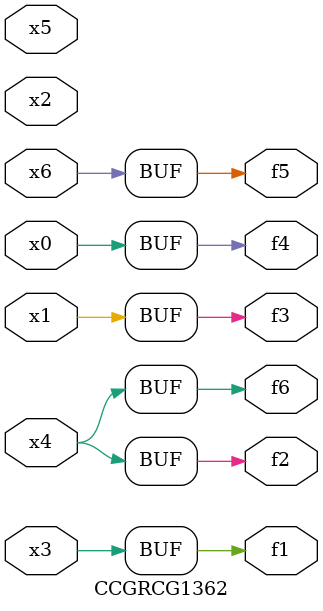
<source format=v>
module CCGRCG1362(
	input x0, x1, x2, x3, x4, x5, x6,
	output f1, f2, f3, f4, f5, f6
);
	assign f1 = x3;
	assign f2 = x4;
	assign f3 = x1;
	assign f4 = x0;
	assign f5 = x6;
	assign f6 = x4;
endmodule

</source>
